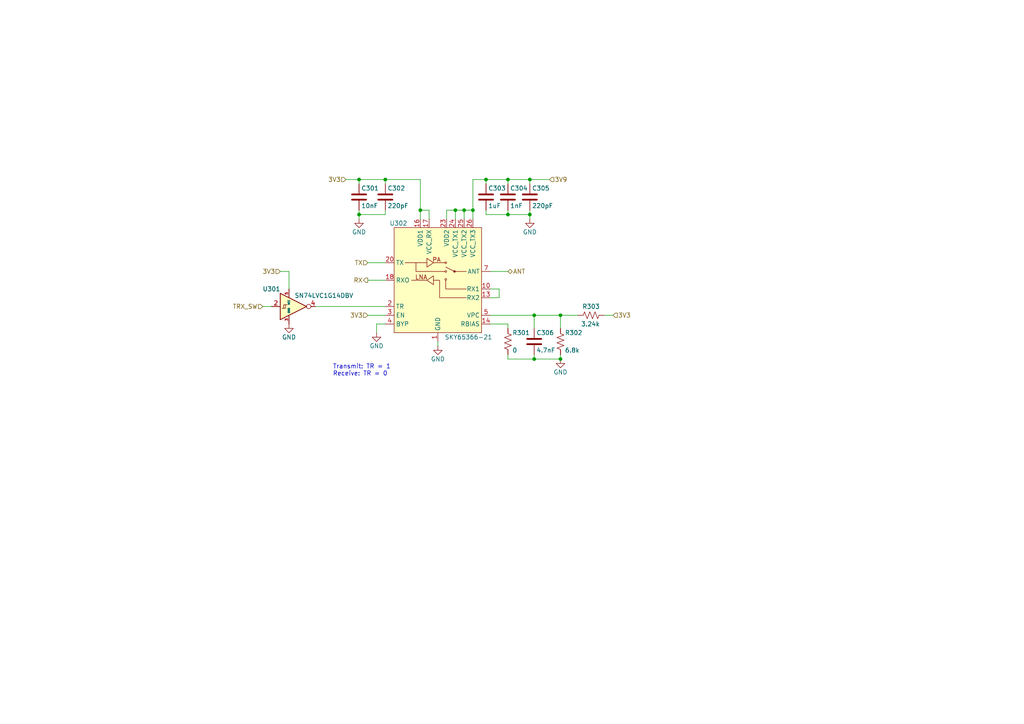
<source format=kicad_sch>
(kicad_sch (version 20211123) (generator eeschema)

  (uuid 11a0e5d1-0f40-4c3f-9d13-99dabd80bbb8)

  (paper "A4")

  (title_block
    (date "2023-06-03")
    (rev "A")
  )

  (lib_symbols
    (symbol "74xGxx:SN74LVC1G14DBV" (in_bom yes) (on_board yes)
      (property "Reference" "U" (id 0) (at -2.54 5.08 0)
        (effects (font (size 1.27 1.27)))
      )
      (property "Value" "SN74LVC1G14DBV" (id 1) (at 10.16 5.08 0)
        (effects (font (size 1.27 1.27)))
      )
      (property "Footprint" "Package_TO_SOT_SMD:SOT-23-5" (id 2) (at 0 -6.35 0)
        (effects (font (size 1.27 1.27)) hide)
      )
      (property "Datasheet" "http://www.ti.com/lit/ds/symlink/sn74lvc1g14.pdf" (id 3) (at 0 0 0)
        (effects (font (size 1.27 1.27)) hide)
      )
      (property "ki_keywords" "Inverter Schmitt Trigger" (id 4) (at 0 0 0)
        (effects (font (size 1.27 1.27)) hide)
      )
      (property "ki_description" "Single Schmitt-Trigger Inverter, SOT-23" (id 5) (at 0 0 0)
        (effects (font (size 1.27 1.27)) hide)
      )
      (property "ki_fp_filters" "SOT?23*" (id 6) (at 0 0 0)
        (effects (font (size 1.27 1.27)) hide)
      )
      (symbol "SN74LVC1G14DBV_0_1"
        (polyline
          (pts
            (xy -1.016 0.508)
            (xy -0.508 0.508)
          )
          (stroke (width 0) (type default) (color 0 0 0 0))
          (fill (type none))
        )
        (polyline
          (pts
            (xy -2.54 3.81)
            (xy -2.54 -3.81)
            (xy 5.08 0)
            (xy -2.54 3.81)
          )
          (stroke (width 0.254) (type default) (color 0 0 0 0))
          (fill (type background))
        )
        (polyline
          (pts
            (xy -1.524 -0.508)
            (xy -1.524 0.508)
            (xy -1.016 0.508)
            (xy -1.016 -0.508)
            (xy -2.032 -0.508)
          )
          (stroke (width 0) (type default) (color 0 0 0 0))
          (fill (type none))
        )
        (circle (center 5.715 0) (radius 0.635)
          (stroke (width 0) (type default) (color 0 0 0 0))
          (fill (type none))
        )
      )
      (symbol "SN74LVC1G14DBV_1_1"
        (pin no_connect line (at 5.08 0 180) (length 2.54) hide
          (name "NC" (effects (font (size 1.27 1.27))))
          (number "1" (effects (font (size 1.27 1.27))))
        )
        (pin input line (at -5.08 0 0) (length 2.54)
          (name "~" (effects (font (size 1.27 1.27))))
          (number "2" (effects (font (size 1.27 1.27))))
        )
        (pin power_in line (at 0 -5.08 90) (length 2.54)
          (name "GND" (effects (font (size 0.508 0.508))))
          (number "3" (effects (font (size 0.762 0.762))))
        )
        (pin output line (at 7.62 0 180) (length 1.27)
          (name "~" (effects (font (size 1.27 1.27))))
          (number "4" (effects (font (size 1.27 1.27))))
        )
        (pin power_in line (at 0 5.08 270) (length 2.54)
          (name "VCC" (effects (font (size 0.508 0.508))))
          (number "5" (effects (font (size 0.762 0.762))))
        )
      )
    )
    (symbol "Device:C" (pin_numbers hide) (pin_names (offset 0.254)) (in_bom yes) (on_board yes)
      (property "Reference" "C" (id 0) (at 0.635 2.54 0)
        (effects (font (size 1.27 1.27)) (justify left))
      )
      (property "Value" "C" (id 1) (at 0.635 -2.54 0)
        (effects (font (size 1.27 1.27)) (justify left))
      )
      (property "Footprint" "" (id 2) (at 0.9652 -3.81 0)
        (effects (font (size 1.27 1.27)) hide)
      )
      (property "Datasheet" "~" (id 3) (at 0 0 0)
        (effects (font (size 1.27 1.27)) hide)
      )
      (property "ki_keywords" "cap capacitor" (id 4) (at 0 0 0)
        (effects (font (size 1.27 1.27)) hide)
      )
      (property "ki_description" "Unpolarized capacitor" (id 5) (at 0 0 0)
        (effects (font (size 1.27 1.27)) hide)
      )
      (property "ki_fp_filters" "C_*" (id 6) (at 0 0 0)
        (effects (font (size 1.27 1.27)) hide)
      )
      (symbol "C_0_1"
        (polyline
          (pts
            (xy -2.032 -0.762)
            (xy 2.032 -0.762)
          )
          (stroke (width 0.508) (type default) (color 0 0 0 0))
          (fill (type none))
        )
        (polyline
          (pts
            (xy -2.032 0.762)
            (xy 2.032 0.762)
          )
          (stroke (width 0.508) (type default) (color 0 0 0 0))
          (fill (type none))
        )
      )
      (symbol "C_1_1"
        (pin passive line (at 0 3.81 270) (length 2.794)
          (name "~" (effects (font (size 1.27 1.27))))
          (number "1" (effects (font (size 1.27 1.27))))
        )
        (pin passive line (at 0 -3.81 90) (length 2.794)
          (name "~" (effects (font (size 1.27 1.27))))
          (number "2" (effects (font (size 1.27 1.27))))
        )
      )
    )
    (symbol "Device:R_US" (pin_numbers hide) (pin_names (offset 0)) (in_bom yes) (on_board yes)
      (property "Reference" "R" (id 0) (at 2.54 0 90)
        (effects (font (size 1.27 1.27)))
      )
      (property "Value" "R_US" (id 1) (at -2.54 0 90)
        (effects (font (size 1.27 1.27)))
      )
      (property "Footprint" "" (id 2) (at 1.016 -0.254 90)
        (effects (font (size 1.27 1.27)) hide)
      )
      (property "Datasheet" "~" (id 3) (at 0 0 0)
        (effects (font (size 1.27 1.27)) hide)
      )
      (property "ki_keywords" "R res resistor" (id 4) (at 0 0 0)
        (effects (font (size 1.27 1.27)) hide)
      )
      (property "ki_description" "Resistor, US symbol" (id 5) (at 0 0 0)
        (effects (font (size 1.27 1.27)) hide)
      )
      (property "ki_fp_filters" "R_*" (id 6) (at 0 0 0)
        (effects (font (size 1.27 1.27)) hide)
      )
      (symbol "R_US_0_1"
        (polyline
          (pts
            (xy 0 -2.286)
            (xy 0 -2.54)
          )
          (stroke (width 0) (type default) (color 0 0 0 0))
          (fill (type none))
        )
        (polyline
          (pts
            (xy 0 2.286)
            (xy 0 2.54)
          )
          (stroke (width 0) (type default) (color 0 0 0 0))
          (fill (type none))
        )
        (polyline
          (pts
            (xy 0 -0.762)
            (xy 1.016 -1.143)
            (xy 0 -1.524)
            (xy -1.016 -1.905)
            (xy 0 -2.286)
          )
          (stroke (width 0) (type default) (color 0 0 0 0))
          (fill (type none))
        )
        (polyline
          (pts
            (xy 0 0.762)
            (xy 1.016 0.381)
            (xy 0 0)
            (xy -1.016 -0.381)
            (xy 0 -0.762)
          )
          (stroke (width 0) (type default) (color 0 0 0 0))
          (fill (type none))
        )
        (polyline
          (pts
            (xy 0 2.286)
            (xy 1.016 1.905)
            (xy 0 1.524)
            (xy -1.016 1.143)
            (xy 0 0.762)
          )
          (stroke (width 0) (type default) (color 0 0 0 0))
          (fill (type none))
        )
      )
      (symbol "R_US_1_1"
        (pin passive line (at 0 3.81 270) (length 1.27)
          (name "~" (effects (font (size 1.27 1.27))))
          (number "1" (effects (font (size 1.27 1.27))))
        )
        (pin passive line (at 0 -3.81 90) (length 1.27)
          (name "~" (effects (font (size 1.27 1.27))))
          (number "2" (effects (font (size 1.27 1.27))))
        )
      )
    )
    (symbol "RF_Amplifier_Skyworks:SKY65366-21" (in_bom yes) (on_board yes)
      (property "Reference" "U" (id 0) (at -12.7 16.51 0)
        (effects (font (size 1.27 1.27)))
      )
      (property "Value" "SKY65366-21" (id 1) (at 12.7 -17.78 0)
        (effects (font (size 1.27 1.27)))
      )
      (property "Footprint" "Package_MCM:MCM-28-1EP_6x6mm_P0.75_EP3.886x3.886" (id 2) (at 0 -21.59 0)
        (effects (font (size 1.27 1.27)) hide)
      )
      (property "Datasheet" "https://www.skyworksinc.com/-/media/SkyWorks/Documents/Products/2801-2900/SKY65366_21_203146E.pdf" (id 3) (at 0 -24.13 0)
        (effects (font (size 1.27 1.27)) hide)
      )
      (property "ki_keywords" "Tx/Rx Front-End Amplifier 400-500MHz  +30.2dBm Tx  +21dB Rx" (id 4) (at 0 0 0)
        (effects (font (size 1.27 1.27)) hide)
      )
      (property "ki_description" "Tx/Rx Front-End Amplifier, 400-500MHz,  +30.2dBm Tx,  +21dB Rx" (id 5) (at 0 0 0)
        (effects (font (size 1.27 1.27)) hide)
      )
      (symbol "SKY65366-21_0_0"
        (text "LNA" (at -4.826 0.889 0)
          (effects (font (size 1.27 1.27)))
        )
        (text "PA" (at -0.381 5.969 0)
          (effects (font (size 1.27 1.27)))
        )
        (pin power_in line (at 0 -17.78 90) (length 2.54)
          (name "GND" (effects (font (size 1.27 1.27))))
          (number "1" (effects (font (size 1.27 1.27))))
        )
        (pin input line (at 15.24 -2.54 180) (length 2.54)
          (name "RX1" (effects (font (size 1.27 1.27))))
          (number "10" (effects (font (size 1.27 1.27))))
        )
        (pin power_in line (at 0 -17.78 90) (length 2.54) hide
          (name "GND" (effects (font (size 1.27 1.27))))
          (number "11" (effects (font (size 1.27 1.27))))
        )
        (pin power_in line (at 0 -17.78 90) (length 2.54) hide
          (name "GND" (effects (font (size 1.27 1.27))))
          (number "12" (effects (font (size 1.27 1.27))))
        )
        (pin output line (at 15.24 -5.08 180) (length 2.54)
          (name "RX2" (effects (font (size 1.27 1.27))))
          (number "13" (effects (font (size 1.27 1.27))))
        )
        (pin bidirectional line (at 15.24 -12.7 180) (length 2.54)
          (name "RBIAS" (effects (font (size 1.27 1.27))))
          (number "14" (effects (font (size 1.27 1.27))))
        )
        (pin power_in line (at 0 -17.78 90) (length 2.54) hide
          (name "GND" (effects (font (size 1.27 1.27))))
          (number "15" (effects (font (size 1.27 1.27))))
        )
        (pin power_in line (at -5.08 17.78 270) (length 2.54)
          (name "VDD1" (effects (font (size 1.27 1.27))))
          (number "16" (effects (font (size 1.27 1.27))))
        )
        (pin power_in line (at -2.54 17.78 270) (length 2.54)
          (name "VCC_RX" (effects (font (size 1.27 1.27))))
          (number "17" (effects (font (size 1.27 1.27))))
        )
        (pin output line (at -15.24 0 0) (length 2.54)
          (name "RXO" (effects (font (size 1.27 1.27))))
          (number "18" (effects (font (size 1.27 1.27))))
        )
        (pin power_in line (at 0 -17.78 90) (length 2.54) hide
          (name "GND" (effects (font (size 1.27 1.27))))
          (number "19" (effects (font (size 1.27 1.27))))
        )
        (pin input line (at -15.24 -7.62 0) (length 2.54)
          (name "TR" (effects (font (size 1.27 1.27))))
          (number "2" (effects (font (size 1.27 1.27))))
        )
        (pin output line (at -15.24 5.08 0) (length 2.54)
          (name "TX" (effects (font (size 1.27 1.27))))
          (number "20" (effects (font (size 1.27 1.27))))
        )
        (pin power_in line (at 0 -17.78 90) (length 2.54) hide
          (name "GND" (effects (font (size 1.27 1.27))))
          (number "21" (effects (font (size 1.27 1.27))))
        )
        (pin power_in line (at 0 -17.78 90) (length 2.54) hide
          (name "GND" (effects (font (size 1.27 1.27))))
          (number "22" (effects (font (size 1.27 1.27))))
        )
        (pin power_in line (at 2.54 17.78 270) (length 2.54)
          (name "VDD2" (effects (font (size 1.27 1.27))))
          (number "23" (effects (font (size 1.27 1.27))))
        )
        (pin power_in line (at 5.08 17.78 270) (length 2.54)
          (name "VCC_TX1" (effects (font (size 1.27 1.27))))
          (number "24" (effects (font (size 1.27 1.27))))
        )
        (pin power_in line (at 7.62 17.78 270) (length 2.54)
          (name "VCC_TX2" (effects (font (size 1.27 1.27))))
          (number "25" (effects (font (size 1.27 1.27))))
        )
        (pin power_in line (at 10.16 17.78 270) (length 2.54)
          (name "VCC_TX3" (effects (font (size 1.27 1.27))))
          (number "26" (effects (font (size 1.27 1.27))))
        )
        (pin power_in line (at 0 -17.78 90) (length 2.54) hide
          (name "GND" (effects (font (size 1.27 1.27))))
          (number "27" (effects (font (size 1.27 1.27))))
        )
        (pin power_in line (at 0 -17.78 90) (length 2.54) hide
          (name "GND" (effects (font (size 1.27 1.27))))
          (number "28" (effects (font (size 1.27 1.27))))
        )
        (pin power_in line (at 0 -17.78 90) (length 2.54) hide
          (name "EPAD" (effects (font (size 1.27 1.27))))
          (number "29" (effects (font (size 1.27 1.27))))
        )
        (pin input line (at -15.24 -10.16 0) (length 2.54)
          (name "EN" (effects (font (size 1.27 1.27))))
          (number "3" (effects (font (size 1.27 1.27))))
        )
        (pin input line (at -15.24 -12.7 0) (length 2.54)
          (name "BYP" (effects (font (size 1.27 1.27))))
          (number "4" (effects (font (size 1.27 1.27))))
        )
        (pin bidirectional line (at 15.24 -10.16 180) (length 2.54)
          (name "VPC" (effects (font (size 1.27 1.27))))
          (number "5" (effects (font (size 1.27 1.27))))
        )
        (pin power_in line (at 0 -17.78 90) (length 2.54) hide
          (name "GND" (effects (font (size 1.27 1.27))))
          (number "6" (effects (font (size 1.27 1.27))))
        )
        (pin bidirectional line (at 15.24 2.54 180) (length 2.54)
          (name "ANT" (effects (font (size 1.27 1.27))))
          (number "7" (effects (font (size 1.27 1.27))))
        )
        (pin power_in line (at 0 -17.78 90) (length 2.54) hide
          (name "GND" (effects (font (size 1.27 1.27))))
          (number "8" (effects (font (size 1.27 1.27))))
        )
        (pin power_in line (at 0 -17.78 90) (length 2.54) hide
          (name "GND" (effects (font (size 1.27 1.27))))
          (number "9" (effects (font (size 1.27 1.27))))
        )
      )
      (symbol "SKY65366-21_0_1"
        (rectangle (start -12.7 15.24) (end 12.7 -15.24)
          (stroke (width 0) (type default) (color 0 0 0 0))
          (fill (type background))
        )
        (polyline
          (pts
            (xy -9.525 5.08)
            (xy -3.175 5.08)
          )
          (stroke (width 0) (type default) (color 0 0 0 0))
          (fill (type none))
        )
        (polyline
          (pts
            (xy -3.175 0)
            (xy -7.62 0)
          )
          (stroke (width 0) (type default) (color 0 0 0 0))
          (fill (type none))
        )
        (polyline
          (pts
            (xy -3.175 6.35)
            (xy -1.27 5.08)
          )
          (stroke (width 0) (type default) (color 0 0 0 0))
          (fill (type none))
        )
        (polyline
          (pts
            (xy -1.27 -1.27)
            (xy -3.175 0)
          )
          (stroke (width 0) (type default) (color 0 0 0 0))
          (fill (type none))
        )
        (polyline
          (pts
            (xy -1.27 5.08)
            (xy 2.032 5.08)
          )
          (stroke (width 0) (type default) (color 0 0 0 0))
          (fill (type none))
        )
        (polyline
          (pts
            (xy 4.826 2.54)
            (xy 2.286 3.81)
          )
          (stroke (width 0) (type default) (color 0 0 0 0))
          (fill (type none))
        )
        (polyline
          (pts
            (xy 8.255 2.54)
            (xy 5.08 2.54)
          )
          (stroke (width 0) (type default) (color 0 0 0 0))
          (fill (type none))
        )
        (polyline
          (pts
            (xy -6.35 5.08)
            (xy -6.35 2.54)
            (xy 2.032 2.54)
          )
          (stroke (width 0) (type default) (color 0 0 0 0))
          (fill (type none))
        )
        (polyline
          (pts
            (xy -3.175 6.35)
            (xy -3.175 3.81)
            (xy -1.27 5.08)
          )
          (stroke (width 0) (type default) (color 0 0 0 0))
          (fill (type none))
        )
        (polyline
          (pts
            (xy -1.27 -1.27)
            (xy -1.27 1.27)
            (xy -3.175 0)
          )
          (stroke (width 0) (type default) (color 0 0 0 0))
          (fill (type none))
        )
        (polyline
          (pts
            (xy 8.255 -2.54)
            (xy 2.286 -2.54)
            (xy 2.286 0)
          )
          (stroke (width 0) (type default) (color 0 0 0 0))
          (fill (type none))
        )
        (polyline
          (pts
            (xy 8.255 -5.08)
            (xy 0.508 -5.08)
            (xy 0.508 0)
            (xy -1.27 0)
          )
          (stroke (width 0) (type default) (color 0 0 0 0))
          (fill (type none))
        )
        (circle (center 2.286 0.254) (radius 0.254)
          (stroke (width 0) (type default) (color 0 0 0 0))
          (fill (type none))
        )
        (circle (center 2.286 2.54) (radius 0.254)
          (stroke (width 0) (type default) (color 0 0 0 0))
          (fill (type none))
        )
        (circle (center 2.286 5.08) (radius 0.254)
          (stroke (width 0) (type default) (color 0 0 0 0))
          (fill (type none))
        )
        (circle (center 4.826 2.54) (radius 0.254)
          (stroke (width 0) (type default) (color 0 0 0 0))
          (fill (type outline))
        )
      )
    )
    (symbol "power:GND" (power) (pin_names (offset 0)) (in_bom yes) (on_board yes)
      (property "Reference" "#PWR" (id 0) (at 0 -6.35 0)
        (effects (font (size 1.27 1.27)) hide)
      )
      (property "Value" "GND" (id 1) (at 0 -3.81 0)
        (effects (font (size 1.27 1.27)))
      )
      (property "Footprint" "" (id 2) (at 0 0 0)
        (effects (font (size 1.27 1.27)) hide)
      )
      (property "Datasheet" "" (id 3) (at 0 0 0)
        (effects (font (size 1.27 1.27)) hide)
      )
      (property "ki_keywords" "power-flag" (id 4) (at 0 0 0)
        (effects (font (size 1.27 1.27)) hide)
      )
      (property "ki_description" "Power symbol creates a global label with name \"GND\" , ground" (id 5) (at 0 0 0)
        (effects (font (size 1.27 1.27)) hide)
      )
      (symbol "GND_0_1"
        (polyline
          (pts
            (xy 0 0)
            (xy 0 -1.27)
            (xy 1.27 -1.27)
            (xy 0 -2.54)
            (xy -1.27 -1.27)
            (xy 0 -1.27)
          )
          (stroke (width 0) (type default) (color 0 0 0 0))
          (fill (type none))
        )
      )
      (symbol "GND_1_1"
        (pin power_in line (at 0 0 270) (length 0) hide
          (name "GND" (effects (font (size 1.27 1.27))))
          (number "1" (effects (font (size 1.27 1.27))))
        )
      )
    )
  )

  (junction (at 132.08 60.96) (diameter 0) (color 0 0 0 0)
    (uuid 1e9af9fc-0216-4c99-ab85-395206497fa8)
  )
  (junction (at 147.32 62.23) (diameter 0) (color 0 0 0 0)
    (uuid 2c35f8b1-c9f7-4395-83f8-e10ed75d07cf)
  )
  (junction (at 153.67 52.07) (diameter 0) (color 0 0 0 0)
    (uuid 3049b218-b704-4959-be81-5b0a9191727d)
  )
  (junction (at 121.92 60.96) (diameter 0) (color 0 0 0 0)
    (uuid 358dc560-0423-4e19-b8ac-dfcfd4a063a1)
  )
  (junction (at 104.14 52.07) (diameter 0) (color 0 0 0 0)
    (uuid 38e7db3b-c973-4a91-953c-b8282593afc0)
  )
  (junction (at 111.76 52.07) (diameter 0) (color 0 0 0 0)
    (uuid 3de25cde-f580-49ab-9c00-5180007ef05f)
  )
  (junction (at 154.94 91.44) (diameter 0) (color 0 0 0 0)
    (uuid 79bb17ed-3226-448a-af4d-86c8357cbf6d)
  )
  (junction (at 134.62 60.96) (diameter 0) (color 0 0 0 0)
    (uuid 905bc9c6-cbd8-46c5-a938-d53dfd2a0208)
  )
  (junction (at 162.56 104.14) (diameter 0) (color 0 0 0 0)
    (uuid a488b61f-689e-4103-9c23-87a3e05cafc8)
  )
  (junction (at 154.94 104.14) (diameter 0) (color 0 0 0 0)
    (uuid ad51064c-3a5f-4f1f-a389-135f98025796)
  )
  (junction (at 162.56 91.44) (diameter 0) (color 0 0 0 0)
    (uuid b6d24fb1-fef0-4024-b7ad-159297c83034)
  )
  (junction (at 153.67 62.23) (diameter 0) (color 0 0 0 0)
    (uuid d8288ed1-c7e1-4a4a-96fc-7f419a66ec6a)
  )
  (junction (at 137.16 60.96) (diameter 0) (color 0 0 0 0)
    (uuid e19eedfc-514a-41b8-89fa-8d2acd5af465)
  )
  (junction (at 104.14 62.23) (diameter 0) (color 0 0 0 0)
    (uuid edefe6e1-d1ed-4bdd-ba69-b9ca5c614559)
  )
  (junction (at 140.97 52.07) (diameter 0) (color 0 0 0 0)
    (uuid fcc7c678-872e-4226-9a49-940598ddb2bf)
  )
  (junction (at 147.32 52.07) (diameter 0) (color 0 0 0 0)
    (uuid fe24ccbb-7483-488a-a047-fdcac2c79039)
  )

  (wire (pts (xy 81.28 78.74) (xy 83.82 78.74))
    (stroke (width 0) (type default) (color 0 0 0 0))
    (uuid 00becab1-ffff-4248-ad08-0b5f3ddf856e)
  )
  (wire (pts (xy 175.26 91.44) (xy 177.8 91.44))
    (stroke (width 0) (type default) (color 0 0 0 0))
    (uuid 00de9a27-697c-4a92-a61a-42335e998616)
  )
  (wire (pts (xy 162.56 102.87) (xy 162.56 104.14))
    (stroke (width 0) (type default) (color 0 0 0 0))
    (uuid 030bc458-bf11-4b89-97e9-89b44133dc83)
  )
  (wire (pts (xy 121.92 60.96) (xy 121.92 52.07))
    (stroke (width 0) (type default) (color 0 0 0 0))
    (uuid 0391ebe8-d22a-4e8d-a012-0a5a7410154f)
  )
  (wire (pts (xy 162.56 95.25) (xy 162.56 91.44))
    (stroke (width 0) (type default) (color 0 0 0 0))
    (uuid 0695ad9e-71d1-49d8-8e17-fdde96e23f25)
  )
  (wire (pts (xy 162.56 104.14) (xy 154.94 104.14))
    (stroke (width 0) (type default) (color 0 0 0 0))
    (uuid 0e332f4b-41e5-4807-bd17-45e0bf6a39ad)
  )
  (wire (pts (xy 147.32 104.14) (xy 154.94 104.14))
    (stroke (width 0) (type default) (color 0 0 0 0))
    (uuid 0e3cdffc-8ed0-4085-805d-3376b236ed48)
  )
  (wire (pts (xy 140.97 52.07) (xy 147.32 52.07))
    (stroke (width 0) (type default) (color 0 0 0 0))
    (uuid 13c58662-e5e8-4c0d-8b03-95b59b1e702d)
  )
  (wire (pts (xy 132.08 60.96) (xy 132.08 63.5))
    (stroke (width 0) (type default) (color 0 0 0 0))
    (uuid 14e27c69-aa95-4c66-9668-0bbd17f0c044)
  )
  (wire (pts (xy 111.76 93.98) (xy 109.22 93.98))
    (stroke (width 0) (type default) (color 0 0 0 0))
    (uuid 17f11831-7431-4d84-b86f-342250600a28)
  )
  (wire (pts (xy 106.68 81.28) (xy 111.76 81.28))
    (stroke (width 0) (type default) (color 0 0 0 0))
    (uuid 183b0ea9-15e1-48a5-8c7c-730608de88a4)
  )
  (wire (pts (xy 153.67 60.96) (xy 153.67 62.23))
    (stroke (width 0) (type default) (color 0 0 0 0))
    (uuid 1d2e3b2f-79e4-4f35-89bf-e7f4d5924f4c)
  )
  (wire (pts (xy 140.97 62.23) (xy 147.32 62.23))
    (stroke (width 0) (type default) (color 0 0 0 0))
    (uuid 29ee38ba-060e-497e-b071-5aded0cdfd46)
  )
  (wire (pts (xy 147.32 52.07) (xy 147.32 53.34))
    (stroke (width 0) (type default) (color 0 0 0 0))
    (uuid 30d6a6ec-9334-4fa7-b7fb-6d2fce97faf6)
  )
  (wire (pts (xy 167.64 91.44) (xy 162.56 91.44))
    (stroke (width 0) (type default) (color 0 0 0 0))
    (uuid 3422e36f-6e6e-458a-a5b8-30e6f67875a7)
  )
  (wire (pts (xy 140.97 60.96) (xy 140.97 62.23))
    (stroke (width 0) (type default) (color 0 0 0 0))
    (uuid 36894014-dd3d-49e4-8773-254555bb3720)
  )
  (wire (pts (xy 83.82 78.74) (xy 83.82 83.82))
    (stroke (width 0) (type default) (color 0 0 0 0))
    (uuid 371bdb42-5509-4e5f-9145-9e8e537bd5eb)
  )
  (wire (pts (xy 91.44 88.9) (xy 111.76 88.9))
    (stroke (width 0) (type default) (color 0 0 0 0))
    (uuid 37d882e8-e0ea-4be1-8222-e49a46b4e391)
  )
  (wire (pts (xy 153.67 52.07) (xy 159.385 52.07))
    (stroke (width 0) (type default) (color 0 0 0 0))
    (uuid 3b1c35ff-47cd-4b35-9770-31ec42460b4a)
  )
  (wire (pts (xy 162.56 91.44) (xy 154.94 91.44))
    (stroke (width 0) (type default) (color 0 0 0 0))
    (uuid 41961501-a453-4850-a494-bd6f275708dc)
  )
  (wire (pts (xy 142.24 91.44) (xy 154.94 91.44))
    (stroke (width 0) (type default) (color 0 0 0 0))
    (uuid 41a4d07f-9c3a-4fe8-91ca-1afb792b4e9c)
  )
  (wire (pts (xy 127 100.33) (xy 127 99.06))
    (stroke (width 0) (type default) (color 0 0 0 0))
    (uuid 52e5afda-44b0-4dc3-8e11-98888d6878a0)
  )
  (wire (pts (xy 104.14 52.07) (xy 104.14 53.34))
    (stroke (width 0) (type default) (color 0 0 0 0))
    (uuid 56374520-f21f-4db8-8c87-b7eb07687a61)
  )
  (wire (pts (xy 134.62 60.96) (xy 137.16 60.96))
    (stroke (width 0) (type default) (color 0 0 0 0))
    (uuid 60742164-b18a-40bb-b52f-532a407149f3)
  )
  (wire (pts (xy 147.32 52.07) (xy 153.67 52.07))
    (stroke (width 0) (type default) (color 0 0 0 0))
    (uuid 67e2b5e6-34a7-45dd-9dc9-c9e27b429e30)
  )
  (wire (pts (xy 144.78 83.82) (xy 144.78 86.36))
    (stroke (width 0) (type default) (color 0 0 0 0))
    (uuid 6f2cefc8-4d01-40ca-b7d6-62f19ecaa33a)
  )
  (wire (pts (xy 142.24 78.74) (xy 147.32 78.74))
    (stroke (width 0) (type default) (color 0 0 0 0))
    (uuid 6fcfecca-15b9-49ff-9211-0b63a8e3ec98)
  )
  (wire (pts (xy 104.14 60.96) (xy 104.14 62.23))
    (stroke (width 0) (type default) (color 0 0 0 0))
    (uuid 742130bd-fcfa-4eeb-b675-383d49728898)
  )
  (wire (pts (xy 137.16 60.96) (xy 137.16 52.07))
    (stroke (width 0) (type default) (color 0 0 0 0))
    (uuid 798910a6-5056-4562-bae7-ad0dc8824063)
  )
  (wire (pts (xy 154.94 104.14) (xy 154.94 102.87))
    (stroke (width 0) (type default) (color 0 0 0 0))
    (uuid 79898459-3255-4a70-9c14-41d5f5ed70ba)
  )
  (wire (pts (xy 132.08 60.96) (xy 134.62 60.96))
    (stroke (width 0) (type default) (color 0 0 0 0))
    (uuid 7d08c0f4-0021-43bf-9c85-ea78923cc20d)
  )
  (wire (pts (xy 142.24 86.36) (xy 144.78 86.36))
    (stroke (width 0) (type default) (color 0 0 0 0))
    (uuid 7e6b65ea-c3ef-40ad-bf55-892b341f5c17)
  )
  (wire (pts (xy 154.94 91.44) (xy 154.94 95.25))
    (stroke (width 0) (type default) (color 0 0 0 0))
    (uuid 7ea1b52c-808c-48a9-9776-22dd279dcef8)
  )
  (wire (pts (xy 76.2 88.9) (xy 78.74 88.9))
    (stroke (width 0) (type default) (color 0 0 0 0))
    (uuid 823a9646-0296-4138-b001-45e8f36c31bf)
  )
  (wire (pts (xy 147.32 93.98) (xy 142.24 93.98))
    (stroke (width 0) (type default) (color 0 0 0 0))
    (uuid 82ee632f-af42-4abd-a44a-2d0e74fff353)
  )
  (wire (pts (xy 140.97 52.07) (xy 140.97 53.34))
    (stroke (width 0) (type default) (color 0 0 0 0))
    (uuid 8b915a0c-e0bf-4026-a22c-e5678aad8723)
  )
  (wire (pts (xy 121.92 60.96) (xy 121.92 63.5))
    (stroke (width 0) (type default) (color 0 0 0 0))
    (uuid 8c1029c4-8e71-49f5-86ca-e2a7cf331c08)
  )
  (wire (pts (xy 100.33 52.07) (xy 104.14 52.07))
    (stroke (width 0) (type default) (color 0 0 0 0))
    (uuid 90e9fc47-1e39-408d-b4e8-b1e116176490)
  )
  (wire (pts (xy 129.54 60.96) (xy 129.54 63.5))
    (stroke (width 0) (type default) (color 0 0 0 0))
    (uuid 95027195-af32-41b1-a766-b2027c99e67f)
  )
  (wire (pts (xy 137.16 60.96) (xy 137.16 63.5))
    (stroke (width 0) (type default) (color 0 0 0 0))
    (uuid 955db844-cbe1-48c2-ac9c-73ba94b53420)
  )
  (wire (pts (xy 104.14 62.23) (xy 104.14 63.5))
    (stroke (width 0) (type default) (color 0 0 0 0))
    (uuid a4897655-0e86-4c0c-b1a6-1c65ff3ddfa9)
  )
  (wire (pts (xy 111.76 52.07) (xy 111.76 53.34))
    (stroke (width 0) (type default) (color 0 0 0 0))
    (uuid a5b62d3e-a96c-41d9-ae32-27692f05760c)
  )
  (wire (pts (xy 104.14 62.23) (xy 111.76 62.23))
    (stroke (width 0) (type default) (color 0 0 0 0))
    (uuid b1d4921b-5575-4069-96dc-2429fe9c8c18)
  )
  (wire (pts (xy 111.76 62.23) (xy 111.76 60.96))
    (stroke (width 0) (type default) (color 0 0 0 0))
    (uuid b2b28426-2cb6-4b7c-8c90-2b1f57a31aff)
  )
  (wire (pts (xy 147.32 104.14) (xy 147.32 102.87))
    (stroke (width 0) (type default) (color 0 0 0 0))
    (uuid c5800c0f-f7cd-4f3f-ac8a-f37cb54dd556)
  )
  (wire (pts (xy 147.32 95.25) (xy 147.32 93.98))
    (stroke (width 0) (type default) (color 0 0 0 0))
    (uuid c67a951e-5c85-4e14-bcc5-b57264130bf0)
  )
  (wire (pts (xy 153.67 52.07) (xy 153.67 53.34))
    (stroke (width 0) (type default) (color 0 0 0 0))
    (uuid ccacdc48-4299-4e39-a009-53250d7c3bd2)
  )
  (wire (pts (xy 147.32 62.23) (xy 147.32 60.96))
    (stroke (width 0) (type default) (color 0 0 0 0))
    (uuid cd57cabd-cf03-4dd1-bd09-d0dba2d3925c)
  )
  (wire (pts (xy 106.68 76.2) (xy 111.76 76.2))
    (stroke (width 0) (type default) (color 0 0 0 0))
    (uuid cf01c714-959e-4971-bfc6-8bf1cb59c409)
  )
  (wire (pts (xy 134.62 60.96) (xy 134.62 63.5))
    (stroke (width 0) (type default) (color 0 0 0 0))
    (uuid cf5f606d-bd9f-4854-812d-5d98c0766fab)
  )
  (wire (pts (xy 129.54 60.96) (xy 132.08 60.96))
    (stroke (width 0) (type default) (color 0 0 0 0))
    (uuid d0b22115-dead-487c-967d-74a56bbd222c)
  )
  (wire (pts (xy 121.92 60.96) (xy 124.46 60.96))
    (stroke (width 0) (type default) (color 0 0 0 0))
    (uuid d4ac1e4b-9287-45e3-a3c5-2d298bc614f1)
  )
  (wire (pts (xy 124.46 60.96) (xy 124.46 63.5))
    (stroke (width 0) (type default) (color 0 0 0 0))
    (uuid d70e89c4-a64c-4691-adbf-3ac670a6141a)
  )
  (wire (pts (xy 137.16 52.07) (xy 140.97 52.07))
    (stroke (width 0) (type default) (color 0 0 0 0))
    (uuid daea0c5c-3c09-46c7-bd5e-6f18c353a8db)
  )
  (wire (pts (xy 142.24 83.82) (xy 144.78 83.82))
    (stroke (width 0) (type default) (color 0 0 0 0))
    (uuid de8c9189-8186-4dec-9b7f-a62d214c4d54)
  )
  (wire (pts (xy 106.68 91.44) (xy 111.76 91.44))
    (stroke (width 0) (type default) (color 0 0 0 0))
    (uuid dec071c8-405a-4b89-9160-db16eb02ef33)
  )
  (wire (pts (xy 153.67 62.23) (xy 147.32 62.23))
    (stroke (width 0) (type default) (color 0 0 0 0))
    (uuid ed702b0c-94d7-4936-a4c1-895c83e1a2fa)
  )
  (wire (pts (xy 109.22 93.98) (xy 109.22 96.52))
    (stroke (width 0) (type default) (color 0 0 0 0))
    (uuid f049f3bd-ab2e-4231-b51d-f42269d3f81f)
  )
  (wire (pts (xy 111.76 52.07) (xy 121.92 52.07))
    (stroke (width 0) (type default) (color 0 0 0 0))
    (uuid f0ff72bb-7bec-4ab2-b68e-2c61b49d25ca)
  )
  (wire (pts (xy 104.14 52.07) (xy 111.76 52.07))
    (stroke (width 0) (type default) (color 0 0 0 0))
    (uuid f91b8fcf-cce5-4ee0-8247-729c20e0b9d0)
  )
  (wire (pts (xy 153.67 62.23) (xy 153.67 63.5))
    (stroke (width 0) (type default) (color 0 0 0 0))
    (uuid feaf371f-9669-48c8-979d-aa005afb78f5)
  )

  (text "Transmit: TR = 1\nReceive: TR = 0" (at 96.52 109.22 0)
    (effects (font (size 1.27 1.27)) (justify left bottom))
    (uuid abf03b62-fe56-447e-887f-4dea2451aff5)
  )

  (hierarchical_label "3V3" (shape input) (at 106.68 91.44 180)
    (effects (font (size 1.27 1.27)) (justify right))
    (uuid 1259a67c-b204-41da-8d93-e89f77fd38f6)
  )
  (hierarchical_label "3V3" (shape input) (at 177.8 91.44 0)
    (effects (font (size 1.27 1.27)) (justify left))
    (uuid 243bf4ee-87da-4003-8762-a30ff65a377f)
  )
  (hierarchical_label "RX" (shape output) (at 106.68 81.28 180)
    (effects (font (size 1.27 1.27)) (justify right))
    (uuid 489f1092-fb53-4458-b849-65ec87b504bc)
  )
  (hierarchical_label "3V3" (shape input) (at 100.33 52.07 180)
    (effects (font (size 1.27 1.27)) (justify right))
    (uuid 63a2f802-1d87-4c3b-99e3-67d5d53075ca)
  )
  (hierarchical_label "3V3" (shape input) (at 81.28 78.74 180)
    (effects (font (size 1.27 1.27)) (justify right))
    (uuid bfdd7285-cf62-4bf3-b174-26fe30db3f3e)
  )
  (hierarchical_label "TX" (shape input) (at 106.68 76.2 180)
    (effects (font (size 1.27 1.27)) (justify right))
    (uuid cc5d4f28-524e-48a0-bd83-d57a0a7e3574)
  )
  (hierarchical_label "TRX_SW" (shape input) (at 76.2 88.9 180)
    (effects (font (size 1.27 1.27)) (justify right))
    (uuid d371095a-cc72-40b3-b092-8ca5f07c62e4)
  )
  (hierarchical_label "3V9" (shape input) (at 159.385 52.07 0)
    (effects (font (size 1.27 1.27)) (justify left))
    (uuid da75f9cf-6e31-4413-86b6-a2cca677199e)
  )
  (hierarchical_label "ANT" (shape bidirectional) (at 147.32 78.74 0)
    (effects (font (size 1.27 1.27)) (justify left))
    (uuid ed7fa53a-fa50-456c-b911-208315ec0f37)
  )

  (symbol (lib_id "Device:C") (at 140.97 57.15 0) (unit 1)
    (in_bom yes) (on_board yes)
    (uuid 101f9396-e76d-4303-9b4a-85a67e714231)
    (property "Reference" "C303" (id 0) (at 141.605 54.61 0)
      (effects (font (size 1.27 1.27)) (justify left))
    )
    (property "Value" "1uF" (id 1) (at 141.605 59.69 0)
      (effects (font (size 1.27 1.27)) (justify left))
    )
    (property "Footprint" "" (id 2) (at 141.9352 60.96 0)
      (effects (font (size 1.27 1.27)) hide)
    )
    (property "Datasheet" "~" (id 3) (at 140.97 57.15 0)
      (effects (font (size 1.27 1.27)) hide)
    )
    (pin "1" (uuid d15e39c3-8e8e-40c4-91b6-6352f4bd5016))
    (pin "2" (uuid 021acbb3-42c0-437c-bfc8-80538916940a))
  )

  (symbol (lib_id "power:GND") (at 127 100.33 0) (unit 1)
    (in_bom yes) (on_board yes)
    (uuid 178f3097-e864-4cd3-8cd9-aed45bfcaad3)
    (property "Reference" "#PWR0304" (id 0) (at 127 106.68 0)
      (effects (font (size 1.27 1.27)) hide)
    )
    (property "Value" "GND" (id 1) (at 127 104.14 0))
    (property "Footprint" "" (id 2) (at 127 100.33 0)
      (effects (font (size 1.27 1.27)) hide)
    )
    (property "Datasheet" "" (id 3) (at 127 100.33 0)
      (effects (font (size 1.27 1.27)) hide)
    )
    (pin "1" (uuid 2d16a062-591a-4197-a5ac-12be1a69dfe2))
  )

  (symbol (lib_id "Device:C") (at 147.32 57.15 0) (unit 1)
    (in_bom yes) (on_board yes)
    (uuid 22c07857-3a04-41e6-a720-2af49587b4bb)
    (property "Reference" "C304" (id 0) (at 147.955 54.61 0)
      (effects (font (size 1.27 1.27)) (justify left))
    )
    (property "Value" "1nF" (id 1) (at 147.955 59.69 0)
      (effects (font (size 1.27 1.27)) (justify left))
    )
    (property "Footprint" "" (id 2) (at 148.2852 60.96 0)
      (effects (font (size 1.27 1.27)) hide)
    )
    (property "Datasheet" "~" (id 3) (at 147.32 57.15 0)
      (effects (font (size 1.27 1.27)) hide)
    )
    (pin "1" (uuid dab82377-d978-4115-b6ce-e1637032184f))
    (pin "2" (uuid 7914e940-d9b4-4612-ae30-53c3cfb35f67))
  )

  (symbol (lib_id "74xGxx:SN74LVC1G14DBV") (at 83.82 88.9 0) (unit 1)
    (in_bom yes) (on_board yes)
    (uuid 2c7ced14-f947-4198-8960-eb5c24a566cc)
    (property "Reference" "U301" (id 0) (at 78.74 83.82 0))
    (property "Value" "SN74LVC1G14DBV" (id 1) (at 93.98 85.725 0))
    (property "Footprint" "Package_TO_SOT_SMD:SOT-23-5" (id 2) (at 83.82 95.25 0)
      (effects (font (size 1.27 1.27)) hide)
    )
    (property "Datasheet" "http://www.ti.com/lit/ds/symlink/sn74lvc1g14.pdf" (id 3) (at 83.82 88.9 0)
      (effects (font (size 1.27 1.27)) hide)
    )
    (pin "1" (uuid 2af697a8-2792-4942-9238-5140679e5c74))
    (pin "2" (uuid e647e726-2b35-4264-91a4-278a0ab7c493))
    (pin "3" (uuid c5b85e00-eeee-4149-9b9b-e1bcb966aca7))
    (pin "4" (uuid 6d2c82d3-0523-4d1d-8c5c-efcfbf4907d8))
    (pin "5" (uuid ccc069e1-f1b9-42b9-abd1-a0c5ef09ea35))
  )

  (symbol (lib_id "Device:C") (at 111.76 57.15 0) (unit 1)
    (in_bom yes) (on_board yes)
    (uuid 2e4ecff3-e230-46a8-ad6a-649f1e36d2ff)
    (property "Reference" "C302" (id 0) (at 112.395 54.61 0)
      (effects (font (size 1.27 1.27)) (justify left))
    )
    (property "Value" "220pF" (id 1) (at 112.395 59.69 0)
      (effects (font (size 1.27 1.27)) (justify left))
    )
    (property "Footprint" "" (id 2) (at 112.7252 60.96 0)
      (effects (font (size 1.27 1.27)) hide)
    )
    (property "Datasheet" "~" (id 3) (at 111.76 57.15 0)
      (effects (font (size 1.27 1.27)) hide)
    )
    (pin "1" (uuid 30b1a389-2c52-4e62-81e2-ca7ec44362de))
    (pin "2" (uuid fb6e2afd-de61-44d7-a14c-2608b32d30e6))
  )

  (symbol (lib_id "RF_Amplifier_Skyworks:SKY65366-21") (at 127 81.28 0) (unit 1)
    (in_bom yes) (on_board yes)
    (uuid 4dd9ad67-3fe4-4bc6-8211-b3e5a27444bc)
    (property "Reference" "U302" (id 0) (at 115.57 64.77 0))
    (property "Value" "SKY65366-21" (id 1) (at 135.89 97.79 0))
    (property "Footprint" "Package_MCM:MCM-28-1EP_6x6mm_P0.75_EP3.886x3.886" (id 2) (at 127 102.87 0)
      (effects (font (size 1.27 1.27)) hide)
    )
    (property "Datasheet" "https://www.skyworksinc.com/-/media/SkyWorks/Documents/Products/2801-2900/SKY65366_21_203146E.pdf" (id 3) (at 127 105.41 0)
      (effects (font (size 1.27 1.27)) hide)
    )
    (pin "1" (uuid 8c501c75-5d04-4b1f-9b55-be982ca0fa9e))
    (pin "10" (uuid 91233fc5-aac5-46dd-9947-862cc9c0cb3a))
    (pin "11" (uuid 923a28ec-8e83-488d-870f-f265c5d176f5))
    (pin "12" (uuid f943c312-03e3-4f79-915f-47118d6e3b65))
    (pin "13" (uuid 27cdd363-ac3c-4782-a7f8-62a2dbbf5cbd))
    (pin "14" (uuid f3912b00-21fc-4dc0-ba62-32b7d9db9be3))
    (pin "15" (uuid 169de3eb-ccc4-43c8-92d6-f95bd28102e1))
    (pin "16" (uuid 76d1d26f-bf9a-4b0b-b218-b103c9a3354e))
    (pin "17" (uuid 323b0841-5ade-486d-98e1-1b449647c829))
    (pin "18" (uuid 2f2ba111-e074-4326-8ba8-53262c93270d))
    (pin "19" (uuid 0afaaded-1f8e-4336-b3c4-0067c26d4e28))
    (pin "2" (uuid 0fb4c723-330e-4c55-846d-bfc4cc00a224))
    (pin "20" (uuid b003f9ad-1b6a-41e9-9333-1f675eac567e))
    (pin "21" (uuid 75806839-4f41-4ebc-b7ee-b8984365fc35))
    (pin "22" (uuid 2b5f306e-e283-46f5-bd4c-9874a807c8a5))
    (pin "23" (uuid 605c8d09-2d69-4779-97da-5731e03a062c))
    (pin "24" (uuid 05395115-45cf-42b2-aedf-b43978d38494))
    (pin "25" (uuid 7984234e-5dd8-48c4-a300-18b56e94a9a4))
    (pin "26" (uuid a66c13e1-e463-46aa-a6c6-eb3ea6d79375))
    (pin "27" (uuid 1dcc4f1a-bb37-486e-bbb5-4831b6962a39))
    (pin "28" (uuid 6b384e5a-46af-4c96-8596-2a6ee49a1a80))
    (pin "29" (uuid 1be68aa0-1fbf-4e17-9cd7-4bff4368ae94))
    (pin "3" (uuid f481ee7a-d308-4a3f-8771-34144883c637))
    (pin "4" (uuid 88884736-7ec3-4764-962a-68702c488a56))
    (pin "5" (uuid ba70a180-d2e6-4c2e-b304-d659cbbbfceb))
    (pin "6" (uuid 3735df45-68fe-45c6-bf4e-1579c612a0cc))
    (pin "7" (uuid 40032322-b3a4-4b77-b69b-46783c8ae8e4))
    (pin "8" (uuid eae21a9e-ec9d-469f-a6f0-495712bea036))
    (pin "9" (uuid 4f50d2fd-d782-4853-8d3f-b51f6faa86b2))
  )

  (symbol (lib_id "power:GND") (at 83.82 93.98 0) (unit 1)
    (in_bom yes) (on_board yes)
    (uuid 6446a618-dae9-4a32-81f3-b6160d94baf6)
    (property "Reference" "#PWR0301" (id 0) (at 83.82 100.33 0)
      (effects (font (size 1.27 1.27)) hide)
    )
    (property "Value" "GND" (id 1) (at 83.82 97.79 0))
    (property "Footprint" "" (id 2) (at 83.82 93.98 0)
      (effects (font (size 1.27 1.27)) hide)
    )
    (property "Datasheet" "" (id 3) (at 83.82 93.98 0)
      (effects (font (size 1.27 1.27)) hide)
    )
    (pin "1" (uuid b4903be9-c1cf-4a1c-851d-014d402777cd))
  )

  (symbol (lib_id "Device:C") (at 104.14 57.15 0) (unit 1)
    (in_bom yes) (on_board yes)
    (uuid 68afb1c8-0881-4ab1-a2da-9e86613a5e7c)
    (property "Reference" "C301" (id 0) (at 104.775 54.61 0)
      (effects (font (size 1.27 1.27)) (justify left))
    )
    (property "Value" "10nF" (id 1) (at 104.775 59.69 0)
      (effects (font (size 1.27 1.27)) (justify left))
    )
    (property "Footprint" "" (id 2) (at 105.1052 60.96 0)
      (effects (font (size 1.27 1.27)) hide)
    )
    (property "Datasheet" "~" (id 3) (at 104.14 57.15 0)
      (effects (font (size 1.27 1.27)) hide)
    )
    (pin "1" (uuid 27d0cdd0-e449-434a-ab64-e5e72914046a))
    (pin "2" (uuid 763e9110-27a9-464f-89fc-35f4b97963e4))
  )

  (symbol (lib_id "Device:R_US") (at 147.32 99.06 0) (unit 1)
    (in_bom yes) (on_board yes)
    (uuid 73337a2b-b620-42a2-8111-07615553bc7e)
    (property "Reference" "R301" (id 0) (at 148.59 96.52 0)
      (effects (font (size 1.27 1.27)) (justify left))
    )
    (property "Value" "0" (id 1) (at 148.59 101.6 0)
      (effects (font (size 1.27 1.27)) (justify left))
    )
    (property "Footprint" "" (id 2) (at 148.336 99.314 90)
      (effects (font (size 1.27 1.27)) hide)
    )
    (property "Datasheet" "~" (id 3) (at 147.32 99.06 0)
      (effects (font (size 1.27 1.27)) hide)
    )
    (pin "1" (uuid 0f04cec5-a973-49dc-828f-a78c4296d168))
    (pin "2" (uuid 9df3abba-f01b-4e64-8456-52e7d2615a62))
  )

  (symbol (lib_id "power:GND") (at 162.56 104.14 0) (unit 1)
    (in_bom yes) (on_board yes)
    (uuid 8b8f19f9-dbc7-4bbc-bda9-d1e7add1ad7f)
    (property "Reference" "#PWR0306" (id 0) (at 162.56 110.49 0)
      (effects (font (size 1.27 1.27)) hide)
    )
    (property "Value" "GND" (id 1) (at 162.56 107.95 0))
    (property "Footprint" "" (id 2) (at 162.56 104.14 0)
      (effects (font (size 1.27 1.27)) hide)
    )
    (property "Datasheet" "" (id 3) (at 162.56 104.14 0)
      (effects (font (size 1.27 1.27)) hide)
    )
    (pin "1" (uuid a3b5a572-2045-4e8e-ad42-85624f985e93))
  )

  (symbol (lib_id "Device:C") (at 154.94 99.06 0) (unit 1)
    (in_bom yes) (on_board yes)
    (uuid 9299b82b-fa42-4bd6-bd89-a7f2d3cb3e3b)
    (property "Reference" "C306" (id 0) (at 155.575 96.52 0)
      (effects (font (size 1.27 1.27)) (justify left))
    )
    (property "Value" "4.7nF" (id 1) (at 155.575 101.6 0)
      (effects (font (size 1.27 1.27)) (justify left))
    )
    (property "Footprint" "" (id 2) (at 155.9052 102.87 0)
      (effects (font (size 1.27 1.27)) hide)
    )
    (property "Datasheet" "~" (id 3) (at 154.94 99.06 0)
      (effects (font (size 1.27 1.27)) hide)
    )
    (pin "1" (uuid fe6662c8-b597-4f95-86cb-703926d61c93))
    (pin "2" (uuid 1b0f4090-5e11-4774-aa07-2c19f1507a4d))
  )

  (symbol (lib_id "power:GND") (at 153.67 63.5 0) (unit 1)
    (in_bom yes) (on_board yes)
    (uuid ad74c806-ff56-477d-8643-cae308929e10)
    (property "Reference" "#PWR0305" (id 0) (at 153.67 69.85 0)
      (effects (font (size 1.27 1.27)) hide)
    )
    (property "Value" "GND" (id 1) (at 153.67 67.31 0))
    (property "Footprint" "" (id 2) (at 153.67 63.5 0)
      (effects (font (size 1.27 1.27)) hide)
    )
    (property "Datasheet" "" (id 3) (at 153.67 63.5 0)
      (effects (font (size 1.27 1.27)) hide)
    )
    (pin "1" (uuid b52e77b1-6fac-49c3-b7bc-3d29a794c2c8))
  )

  (symbol (lib_id "power:GND") (at 109.22 96.52 0) (unit 1)
    (in_bom yes) (on_board yes)
    (uuid cc754af0-efbe-4149-b3d1-940025370622)
    (property "Reference" "#PWR0303" (id 0) (at 109.22 102.87 0)
      (effects (font (size 1.27 1.27)) hide)
    )
    (property "Value" "GND" (id 1) (at 109.22 100.33 0))
    (property "Footprint" "" (id 2) (at 109.22 96.52 0)
      (effects (font (size 1.27 1.27)) hide)
    )
    (property "Datasheet" "" (id 3) (at 109.22 96.52 0)
      (effects (font (size 1.27 1.27)) hide)
    )
    (pin "1" (uuid 50f9fd58-6dea-48b7-b5f1-65960371569b))
  )

  (symbol (lib_id "Device:R_US") (at 171.45 91.44 90) (unit 1)
    (in_bom yes) (on_board yes)
    (uuid cf5f0a5c-29e8-46d0-ae6d-3b7cd525bece)
    (property "Reference" "R303" (id 0) (at 173.99 88.9 90)
      (effects (font (size 1.27 1.27)) (justify left))
    )
    (property "Value" "3.24k" (id 1) (at 173.99 93.98 90)
      (effects (font (size 1.27 1.27)) (justify left))
    )
    (property "Footprint" "" (id 2) (at 171.704 90.424 90)
      (effects (font (size 1.27 1.27)) hide)
    )
    (property "Datasheet" "~" (id 3) (at 171.45 91.44 0)
      (effects (font (size 1.27 1.27)) hide)
    )
    (pin "1" (uuid 0bd8e569-1364-4839-9391-8b1943a6a996))
    (pin "2" (uuid 9e95ed26-7929-410e-a1ca-388277e613fa))
  )

  (symbol (lib_id "Device:C") (at 153.67 57.15 0) (unit 1)
    (in_bom yes) (on_board yes)
    (uuid e33836ed-cce8-48d1-a87c-16c80504032c)
    (property "Reference" "C305" (id 0) (at 154.305 54.61 0)
      (effects (font (size 1.27 1.27)) (justify left))
    )
    (property "Value" "220pF" (id 1) (at 154.305 59.69 0)
      (effects (font (size 1.27 1.27)) (justify left))
    )
    (property "Footprint" "" (id 2) (at 154.6352 60.96 0)
      (effects (font (size 1.27 1.27)) hide)
    )
    (property "Datasheet" "~" (id 3) (at 153.67 57.15 0)
      (effects (font (size 1.27 1.27)) hide)
    )
    (pin "1" (uuid 4bbedf08-7713-4d7d-bf62-96f8e974e3c5))
    (pin "2" (uuid cf5c3b6e-a0c0-44b9-b471-d9713abe60ad))
  )

  (symbol (lib_id "Device:R_US") (at 162.56 99.06 0) (unit 1)
    (in_bom yes) (on_board yes)
    (uuid e3e32f00-4c68-4976-938d-36d904b85fe8)
    (property "Reference" "R302" (id 0) (at 163.83 96.52 0)
      (effects (font (size 1.27 1.27)) (justify left))
    )
    (property "Value" "6.8k" (id 1) (at 163.83 101.6 0)
      (effects (font (size 1.27 1.27)) (justify left))
    )
    (property "Footprint" "" (id 2) (at 163.576 99.314 90)
      (effects (font (size 1.27 1.27)) hide)
    )
    (property "Datasheet" "~" (id 3) (at 162.56 99.06 0)
      (effects (font (size 1.27 1.27)) hide)
    )
    (pin "1" (uuid 7dbc0c7e-15f0-43fc-bdb4-c689e2c46b91))
    (pin "2" (uuid a413aeb2-0346-4f41-ab8d-6e3c5215be61))
  )

  (symbol (lib_id "power:GND") (at 104.14 63.5 0) (unit 1)
    (in_bom yes) (on_board yes)
    (uuid ebcbbe1e-de19-4f10-913a-b8675e2af19e)
    (property "Reference" "#PWR0302" (id 0) (at 104.14 69.85 0)
      (effects (font (size 1.27 1.27)) hide)
    )
    (property "Value" "GND" (id 1) (at 104.14 67.31 0))
    (property "Footprint" "" (id 2) (at 104.14 63.5 0)
      (effects (font (size 1.27 1.27)) hide)
    )
    (property "Datasheet" "" (id 3) (at 104.14 63.5 0)
      (effects (font (size 1.27 1.27)) hide)
    )
    (pin "1" (uuid 53b6f323-88e9-4c2e-8c03-f96be066b33a))
  )
)

</source>
